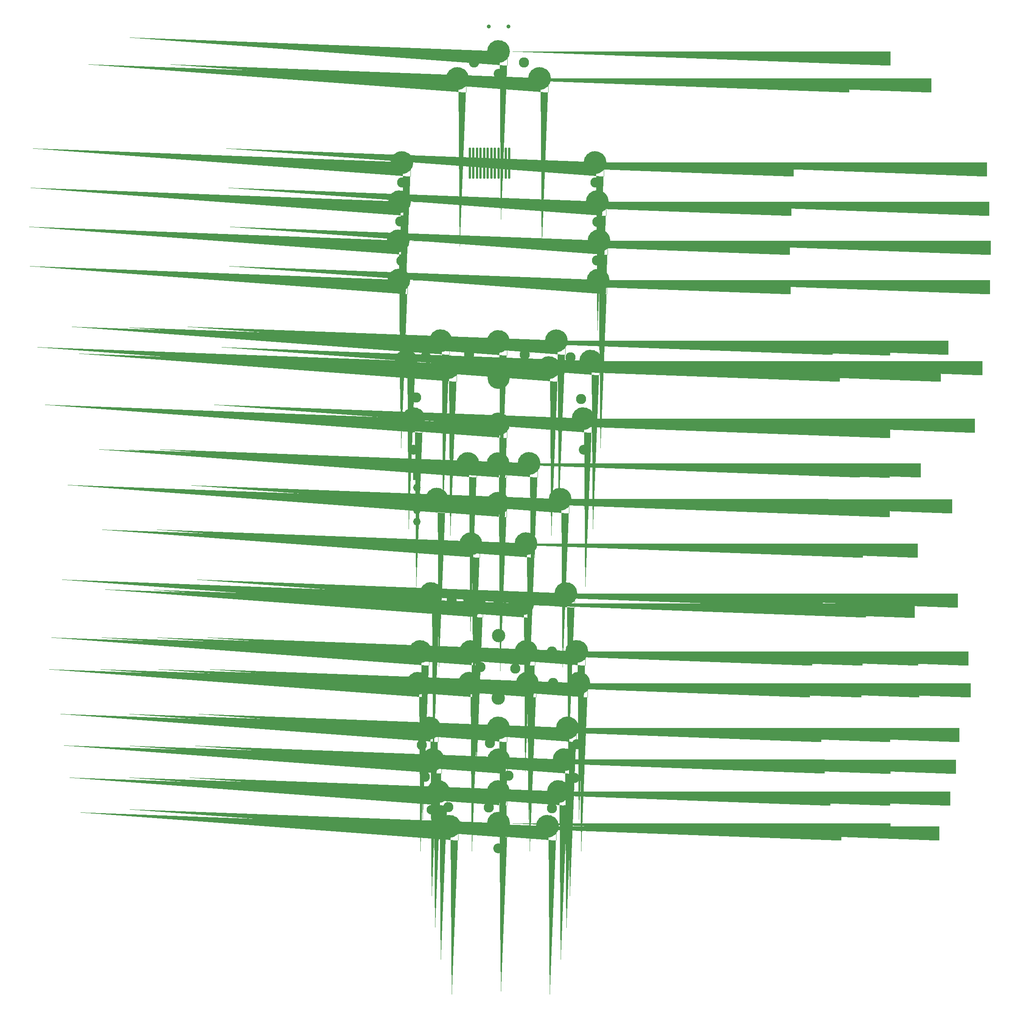
<source format=gbr>
%TF.GenerationSoftware,KiCad,Pcbnew,(6.0.0)*%
%TF.CreationDate,2022-07-04T20:32:36-04:00*%
%TF.ProjectId,800+,3830302b-2e6b-4696-9361-645f70636258,rev?*%
%TF.SameCoordinates,Original*%
%TF.FileFunction,Soldermask,Top*%
%TF.FilePolarity,Negative*%
%FSLAX46Y46*%
G04 Gerber Fmt 4.6, Leading zero omitted, Abs format (unit mm)*
G04 Created by KiCad (PCBNEW (6.0.0)) date 2022-07-04 20:32:36*
%MOMM*%
%LPD*%
G01*
G04 APERTURE LIST*
G04 Aperture macros list*
%AMRoundRect*
0 Rectangle with rounded corners*
0 $1 Rounding radius*
0 $2 $3 $4 $5 $6 $7 $8 $9 X,Y pos of 4 corners*
0 Add a 4 corners polygon primitive as box body*
4,1,4,$2,$3,$4,$5,$6,$7,$8,$9,$2,$3,0*
0 Add four circle primitives for the rounded corners*
1,1,$1+$1,$2,$3*
1,1,$1+$1,$4,$5*
1,1,$1+$1,$6,$7*
1,1,$1+$1,$8,$9*
0 Add four rect primitives between the rounded corners*
20,1,$1+$1,$2,$3,$4,$5,0*
20,1,$1+$1,$4,$5,$6,$7,0*
20,1,$1+$1,$6,$7,$8,$9,0*
20,1,$1+$1,$8,$9,$2,$3,0*%
%AMFreePoly0*
4,1,95,-1.565916,2.406604,-1.267908,2.330088,-0.981841,2.216826,-0.712224,2.068603,-0.463311,1.887757,-0.239027,1.677140,-0.042908,1.440074,0.121951,1.180297,0.252952,0.901905,0.348029,0.609290,0.405681,0.307066,0.425000,0.000000,0.405681,-0.307066,0.348029,-0.609290,0.252952,-0.901905,0.121951,-1.180297,-0.042908,-1.440074,-0.239027,-1.677140,-0.463311,-1.887757,-0.712224,-2.068603,
-0.981841,-2.216826,-1.267908,-2.330088,-1.565916,-2.406604,-1.871163,-2.445165,-2.178837,-2.445165,-2.484084,-2.406604,-2.782092,-2.330088,-3.068159,-2.216826,-3.337776,-2.068603,-3.586689,-1.887757,-3.810973,-1.677140,-4.007092,-1.440074,-4.171951,-1.180297,-4.302952,-0.901905,-4.398029,-0.609290,-4.455681,-0.307066,-4.475000,0.000000,-3.629948,0.000000,-3.610188,-0.251069,-3.551396,-0.495956,
-3.455019,-0.728631,-3.323430,-0.943365,-3.159870,-1.134870,-2.968365,-1.298430,-2.753631,-1.430019,-2.520956,-1.526396,-2.276069,-1.585188,-2.025000,-1.604948,-1.773931,-1.585188,-1.529044,-1.526396,-1.296369,-1.430019,-1.081635,-1.298430,-0.890130,-1.134870,-0.726570,-0.943365,-0.594981,-0.728631,-0.498604,-0.495956,-0.439812,-0.251069,-0.421695,-0.020870,-0.425000,0.000000,-0.421695,0.020870,
-0.439812,0.251069,-0.498604,0.495956,-0.594981,0.728631,-0.726570,0.943365,-0.890130,1.134870,-1.081635,1.298430,-1.296369,1.430019,-1.529044,1.526396,-1.773931,1.585188,-2.025000,1.604948,-2.276069,1.585188,-2.520956,1.526396,-2.753631,1.430019,-2.968365,1.298430,-3.159870,1.134870,-3.323430,0.943365,-3.455019,0.728631,-3.551396,0.495956,-3.610188,0.251069,-3.629948,0.000000,
-4.475000,0.000000,-4.455681,0.307066,-4.398029,0.609290,-4.302952,0.901905,-4.171951,1.180297,-4.007092,1.440074,-3.810973,1.677140,-3.586689,1.887757,-3.337776,2.068603,-3.068159,2.216826,-2.782092,2.330088,-2.484084,2.406604,-2.178837,2.445165,-1.871163,2.445165,-1.565916,2.406604,-1.565916,2.406604,$1*%
G04 Aperture macros list end*
%ADD10C,2.575000*%
%ADD11C,3.000000*%
%ADD12C,2.000000*%
%ADD13C,0.250000*%
%ADD14FreePoly0,0.000000*%
%ADD15C,2.200000*%
%ADD16RoundRect,0.125000X-0.125000X-3.375000X0.125000X-3.375000X0.125000X3.375000X-0.125000X3.375000X0*%
%ADD17C,2.100000*%
%ADD18C,5.000000*%
%ADD19C,2.286000*%
%ADD20C,0.900000*%
%ADD21R,1.700000X1.700000*%
%ADD22O,1.700000X1.700000*%
G04 APERTURE END LIST*
%TO.C,SW29*%
D10*
X96727500Y-158000000D02*
G75*
G03*
X96727500Y-158000000I-1287500J0D01*
G01*
%TO.C,SW1*%
X102912500Y-47900000D02*
G75*
G03*
X102912500Y-47900000I-1287500J0D01*
G01*
%TO.C,SW7*%
X80617500Y-99040000D02*
G75*
G03*
X80617500Y-99040000I-1287500J0D01*
G01*
%TO.C,SW26*%
X102777500Y-148950000D02*
G75*
G03*
X102777500Y-148950000I-1287500J0D01*
G01*
%TO.C,SW17*%
X82257500Y-117140000D02*
G75*
G03*
X82257500Y-117140000I-1287500J0D01*
G01*
%TO.C,SW14*%
X102877500Y-112750000D02*
G75*
G03*
X102877500Y-112750000I-1287500J0D01*
G01*
%TO.C,SW50*%
X116337500Y-213400000D02*
G75*
G03*
X116337500Y-213400000I-1287500J0D01*
G01*
%TO.C,SW52*%
X91962500Y-221190000D02*
G75*
G03*
X91962500Y-221190000I-1287500J0D01*
G01*
%TO.C,SW6*%
X80457500Y-90270000D02*
G75*
G03*
X80457500Y-90270000I-1287500J0D01*
G01*
%TO.C,SW34*%
X85387500Y-182100000D02*
G75*
G03*
X85387500Y-182100000I-1287500J0D01*
G01*
%TO.C,SW27*%
X102817500Y-140090000D02*
G75*
G03*
X102817500Y-140090000I-1287500J0D01*
G01*
%TO.C,SW30*%
X87807500Y-169120000D02*
G75*
G03*
X87807500Y-169120000I-1287500J0D01*
G01*
%TO.C,SW13*%
X115857500Y-112610000D02*
G75*
G03*
X115857500Y-112610000I-1287500J0D01*
G01*
%TO.C,SW46*%
X102947500Y-206330000D02*
G75*
G03*
X102947500Y-206330000I-1287500J0D01*
G01*
%TO.C,SW15*%
X91617500Y-118600000D02*
G75*
G03*
X91617500Y-118600000I-1287500J0D01*
G01*
%TO.C,SW44*%
X118337500Y-199200000D02*
G75*
G03*
X118337500Y-199200000I-1287500J0D01*
G01*
%TO.C,SW24*%
X96047500Y-140060000D02*
G75*
G03*
X96047500Y-140060000I-1287500J0D01*
G01*
%TO.C,SW35*%
X96697500Y-182100000D02*
G75*
G03*
X96697500Y-182100000I-1287500J0D01*
G01*
%TO.C,SW33*%
X117992500Y-169130000D02*
G75*
G03*
X117992500Y-169130000I-1287500J0D01*
G01*
%TO.C,SW21*%
X121852500Y-130010000D02*
G75*
G03*
X121852500Y-130010000I-1287500J0D01*
G01*
%TO.C,SW38*%
X84897500Y-189200000D02*
G75*
G03*
X84897500Y-189200000I-1287500J0D01*
G01*
%TO.C,SW2*%
X93712500Y-53950000D02*
G75*
G03*
X93712500Y-53950000I-1287500J0D01*
G01*
%TO.C,SW45*%
X88207500Y-206270000D02*
G75*
G03*
X88207500Y-206270000I-1287500J0D01*
G01*
%TO.C,SW48*%
X89457500Y-213410000D02*
G75*
G03*
X89457500Y-213410000I-1287500J0D01*
G01*
%TO.C,SW19*%
X83937500Y-130020000D02*
G75*
G03*
X83937500Y-130020000I-1287500J0D01*
G01*
%TO.C,SW5*%
X80762500Y-81500000D02*
G75*
G03*
X80762500Y-81500000I-1287500J0D01*
G01*
%TO.C,SW12*%
X89967500Y-112580000D02*
G75*
G03*
X89967500Y-112580000I-1287500J0D01*
G01*
%TO.C,SW4*%
X81287500Y-72750000D02*
G75*
G03*
X81287500Y-72750000I-1287500J0D01*
G01*
%TO.C,SW31*%
X97467500Y-171380000D02*
G75*
G03*
X97467500Y-171380000I-1287500J0D01*
G01*
%TO.C,SW41*%
X120892500Y-189200000D02*
G75*
G03*
X120892500Y-189200000I-1287500J0D01*
G01*
%TO.C,SW23*%
X102897500Y-131200000D02*
G75*
G03*
X102897500Y-131200000I-1287500J0D01*
G01*
%TO.C,SW16*%
X114187500Y-118600000D02*
G75*
G03*
X114187500Y-118600000I-1287500J0D01*
G01*
%TO.C,SW51*%
X102912500Y-220500000D02*
G75*
G03*
X102912500Y-220500000I-1287500J0D01*
G01*
%TO.C,SW49*%
X102877500Y-213420000D02*
G75*
G03*
X102877500Y-213420000I-1287500J0D01*
G01*
%TO.C,SW28*%
X109057500Y-157990000D02*
G75*
G03*
X109057500Y-157990000I-1287500J0D01*
G01*
%TO.C,SW25*%
X109747500Y-140040000D02*
G75*
G03*
X109747500Y-140040000I-1287500J0D01*
G01*
%TO.C,SW40*%
X109377500Y-189180000D02*
G75*
G03*
X109377500Y-189180000I-1287500J0D01*
G01*
%TO.C,SW10*%
X125392500Y-90250000D02*
G75*
G03*
X125392500Y-90250000I-1287500J0D01*
G01*
%TO.C,SW22*%
X116707500Y-148040000D02*
G75*
G03*
X116707500Y-148040000I-1287500J0D01*
G01*
%TO.C,SW18*%
X123537500Y-117150000D02*
G75*
G03*
X123537500Y-117150000I-1287500J0D01*
G01*
%TO.C,SW37*%
X120427500Y-182080000D02*
G75*
G03*
X120427500Y-182080000I-1287500J0D01*
G01*
%TO.C,SW43*%
X102897500Y-199180000D02*
G75*
G03*
X102897500Y-199180000I-1287500J0D01*
G01*
%TO.C,SW36*%
X109107500Y-182100000D02*
G75*
G03*
X109107500Y-182100000I-1287500J0D01*
G01*
%TO.C,SW42*%
X87462500Y-199210000D02*
G75*
G03*
X87462500Y-199210000I-1287500J0D01*
G01*
%TO.C,SW20*%
X89097500Y-148020000D02*
G75*
G03*
X89097500Y-148020000I-1287500J0D01*
G01*
%TO.C,SW39*%
X96427500Y-189180000D02*
G75*
G03*
X96427500Y-189180000I-1287500J0D01*
G01*
%TO.C,SW47*%
X117597500Y-206280000D02*
G75*
G03*
X117597500Y-206280000I-1287500J0D01*
G01*
%TO.C,SW8*%
X124517500Y-72750000D02*
G75*
G03*
X124517500Y-72750000I-1287500J0D01*
G01*
%TO.C,SW53*%
X113857500Y-221180000D02*
G75*
G03*
X113857500Y-221180000I-1287500J0D01*
G01*
%TO.C,SW3*%
X112087500Y-53950000D02*
G75*
G03*
X112087500Y-53950000I-1287500J0D01*
G01*
%TO.C,SW11*%
X125207500Y-99060000D02*
G75*
G03*
X125207500Y-99060000I-1287500J0D01*
G01*
%TO.C,SW32*%
X108327500Y-171400000D02*
G75*
G03*
X108327500Y-171400000I-1287500J0D01*
G01*
%TO.C,SW9*%
X125012500Y-81500000D02*
G75*
G03*
X125012500Y-81500000I-1287500J0D01*
G01*
%TD*%
D11*
%TO.C,H3*%
X101610000Y-178560000D03*
%TD*%
D12*
%TO.C,SW29*%
X95440000Y-158000000D03*
D13*
X94440000Y-156200000D03*
X96490000Y-156250000D03*
X97290000Y-158750000D03*
X95440000Y-156000000D03*
D14*
X97465000Y-158000000D03*
D13*
X95440000Y-160099488D03*
X94390000Y-159700000D03*
X93733172Y-157000000D03*
X93390000Y-158000000D03*
X93706167Y-158918416D03*
X97140000Y-156950000D03*
X96625258Y-159650000D03*
%TD*%
D12*
%TO.C,SW1*%
X101625000Y-47900000D03*
D13*
X100625000Y-46100000D03*
X102675000Y-46150000D03*
X103475000Y-48650000D03*
X101625000Y-45900000D03*
D14*
X103650000Y-47900000D03*
D13*
X101625000Y-49999488D03*
X100575000Y-49600000D03*
X99918172Y-46900000D03*
X99575000Y-47900000D03*
X99891167Y-48818416D03*
X103325000Y-46850000D03*
X102810258Y-49550000D03*
%TD*%
D12*
%TO.C,SW7*%
X79330000Y-99040000D03*
D13*
X78330000Y-97240000D03*
X80380000Y-97290000D03*
X81180000Y-99790000D03*
X79330000Y-97040000D03*
D14*
X81355000Y-99040000D03*
D13*
X79330000Y-101139488D03*
X78280000Y-100740000D03*
X77623172Y-98040000D03*
X77280000Y-99040000D03*
X77596167Y-99958416D03*
X81030000Y-97990000D03*
X80515258Y-100690000D03*
%TD*%
D15*
%TO.C,H8*%
X82570000Y-136990000D03*
%TD*%
D12*
%TO.C,SW26*%
X101490000Y-148950000D03*
D13*
X100490000Y-147150000D03*
X102540000Y-147200000D03*
X103340000Y-149700000D03*
X101490000Y-146950000D03*
D14*
X103515000Y-148950000D03*
D13*
X101490000Y-151049488D03*
X100440000Y-150650000D03*
X99783172Y-147950000D03*
X99440000Y-148950000D03*
X99756167Y-149868416D03*
X103190000Y-147900000D03*
X102675258Y-150600000D03*
%TD*%
D12*
%TO.C,SW17*%
X80970000Y-117140000D03*
D13*
X79970000Y-115340000D03*
X82020000Y-115390000D03*
X82820000Y-117890000D03*
X80970000Y-115140000D03*
D14*
X82995000Y-117140000D03*
D13*
X80970000Y-119239488D03*
X79920000Y-118840000D03*
X79263172Y-116140000D03*
X78920000Y-117140000D03*
X79236167Y-118058416D03*
X82670000Y-116090000D03*
X82155258Y-118790000D03*
%TD*%
D12*
%TO.C,SW14*%
X101590000Y-112750000D03*
D13*
X100590000Y-110950000D03*
X102640000Y-111000000D03*
X103440000Y-113500000D03*
X101590000Y-110750000D03*
D14*
X103615000Y-112750000D03*
D13*
X101590000Y-114849488D03*
X100540000Y-114450000D03*
X99883172Y-111750000D03*
X99540000Y-112750000D03*
X99856167Y-113668416D03*
X103290000Y-111700000D03*
X102775258Y-114400000D03*
%TD*%
D16*
%TO.C,J1*%
X95188280Y-72913270D03*
X95993280Y-72913270D03*
X96798280Y-72913270D03*
X97603280Y-72913270D03*
X98408280Y-72913270D03*
X99213280Y-72913270D03*
X100018280Y-72913270D03*
X100823280Y-72913270D03*
X101628280Y-72913270D03*
X102433280Y-72913270D03*
X103238280Y-72913270D03*
X104043280Y-72913270D03*
%TD*%
D12*
%TO.C,SW50*%
X115050000Y-213400000D03*
D13*
X114050000Y-211600000D03*
X116100000Y-211650000D03*
X116900000Y-214150000D03*
X115050000Y-211400000D03*
D14*
X117075000Y-213400000D03*
D13*
X115050000Y-215499488D03*
X114000000Y-215100000D03*
X113343172Y-212400000D03*
X113000000Y-213400000D03*
X113316167Y-214318416D03*
X116750000Y-212350000D03*
X116235258Y-215050000D03*
%TD*%
D12*
%TO.C,SW52*%
X90675000Y-221190000D03*
D13*
X89675000Y-219390000D03*
X91725000Y-219440000D03*
X92525000Y-221940000D03*
X90675000Y-219190000D03*
D14*
X92700000Y-221190000D03*
D13*
X90675000Y-223289488D03*
X89625000Y-222890000D03*
X88968172Y-220190000D03*
X88625000Y-221190000D03*
X88941167Y-222108416D03*
X92375000Y-220140000D03*
X91860258Y-222840000D03*
%TD*%
D12*
%TO.C,SW6*%
X79170000Y-90270000D03*
D13*
X78170000Y-88470000D03*
X80220000Y-88520000D03*
X81020000Y-91020000D03*
X79170000Y-88270000D03*
D14*
X81195000Y-90270000D03*
D13*
X79170000Y-92369488D03*
X78120000Y-91970000D03*
X77463172Y-89270000D03*
X77120000Y-90270000D03*
X77436167Y-91188416D03*
X80870000Y-89220000D03*
X80355258Y-91920000D03*
%TD*%
D12*
%TO.C,SW34*%
X84100000Y-182100000D03*
D13*
X83100000Y-180300000D03*
X85150000Y-180350000D03*
X85950000Y-182850000D03*
X84100000Y-180100000D03*
D14*
X86125000Y-182100000D03*
D13*
X84100000Y-184199488D03*
X83050000Y-183800000D03*
X82393172Y-181100000D03*
X82050000Y-182100000D03*
X82366167Y-183018416D03*
X85800000Y-181050000D03*
X85285258Y-183750000D03*
%TD*%
D12*
%TO.C,SW27*%
X101530000Y-140090000D03*
D13*
X100530000Y-138290000D03*
X102580000Y-138340000D03*
X103380000Y-140840000D03*
X101530000Y-138090000D03*
D14*
X103555000Y-140090000D03*
D13*
X101530000Y-142189488D03*
X100480000Y-141790000D03*
X99823172Y-139090000D03*
X99480000Y-140090000D03*
X99796167Y-141008416D03*
X103230000Y-139040000D03*
X102715258Y-141740000D03*
%TD*%
D12*
%TO.C,SW30*%
X86520000Y-169120000D03*
D13*
X85520000Y-167320000D03*
X87570000Y-167370000D03*
X88370000Y-169870000D03*
X86520000Y-167120000D03*
D14*
X88545000Y-169120000D03*
D13*
X86520000Y-171219488D03*
X85470000Y-170820000D03*
X84813172Y-168120000D03*
X84470000Y-169120000D03*
X84786167Y-170038416D03*
X88220000Y-168070000D03*
X87705258Y-170770000D03*
%TD*%
D15*
%TO.C,H7*%
X120680000Y-136950000D03*
%TD*%
D12*
%TO.C,SW13*%
X114570000Y-112610000D03*
D13*
X113570000Y-110810000D03*
X115620000Y-110860000D03*
X116420000Y-113360000D03*
X114570000Y-110610000D03*
D14*
X116595000Y-112610000D03*
D13*
X114570000Y-114709488D03*
X113520000Y-114310000D03*
X112863172Y-111610000D03*
X112520000Y-112610000D03*
X112836167Y-113528416D03*
X116270000Y-111560000D03*
X115755258Y-114260000D03*
%TD*%
D17*
%TO.C,H5*%
X116620000Y-217460000D03*
%TD*%
D13*
%TO.C,SW46*%
X102845258Y-207980000D03*
X103360000Y-205280000D03*
X99926167Y-207248416D03*
X99610000Y-206330000D03*
X99953172Y-205330000D03*
X100610000Y-208030000D03*
X101660000Y-208429488D03*
D14*
X103685000Y-206330000D03*
D13*
X101660000Y-204330000D03*
X103510000Y-207080000D03*
X102710000Y-204580000D03*
X100660000Y-204530000D03*
D12*
X101660000Y-206330000D03*
%TD*%
%TO.C,SW15*%
X90330000Y-118600000D03*
D13*
X89330000Y-116800000D03*
X91380000Y-116850000D03*
X92180000Y-119350000D03*
X90330000Y-116600000D03*
D14*
X92355000Y-118600000D03*
D13*
X90330000Y-120699488D03*
X89280000Y-120300000D03*
X88623172Y-117600000D03*
X88280000Y-118600000D03*
X88596167Y-119518416D03*
X92030000Y-117550000D03*
X91515258Y-120250000D03*
%TD*%
D12*
%TO.C,SW44*%
X117050000Y-199200000D03*
D13*
X116050000Y-197400000D03*
X118100000Y-197450000D03*
X118900000Y-199950000D03*
X117050000Y-197200000D03*
D14*
X119075000Y-199200000D03*
D13*
X117050000Y-201299488D03*
X116000000Y-200900000D03*
X115343172Y-198200000D03*
X115000000Y-199200000D03*
X115316167Y-200118416D03*
X118750000Y-198150000D03*
X118235258Y-200850000D03*
%TD*%
D12*
%TO.C,SW24*%
X94760000Y-140060000D03*
D13*
X93760000Y-138260000D03*
X95810000Y-138310000D03*
X96610000Y-140810000D03*
X94760000Y-138060000D03*
D14*
X96785000Y-140060000D03*
D13*
X94760000Y-142159488D03*
X93710000Y-141760000D03*
X93053172Y-139060000D03*
X92710000Y-140060000D03*
X93026167Y-140978416D03*
X96460000Y-139010000D03*
X95945258Y-141710000D03*
%TD*%
D15*
%TO.C,H6*%
X101600000Y-226100000D03*
%TD*%
D12*
%TO.C,SW35*%
X95410000Y-182100000D03*
D13*
X94410000Y-180300000D03*
X96460000Y-180350000D03*
X97260000Y-182850000D03*
X95410000Y-180100000D03*
D14*
X97435000Y-182100000D03*
D13*
X95410000Y-184199488D03*
X94360000Y-183800000D03*
X93703172Y-181100000D03*
X93360000Y-182100000D03*
X93676167Y-183018416D03*
X97110000Y-181050000D03*
X96595258Y-183750000D03*
%TD*%
D12*
%TO.C,SW33*%
X116705000Y-169130000D03*
D13*
X115705000Y-167330000D03*
X117755000Y-167380000D03*
X118555000Y-169880000D03*
X116705000Y-167130000D03*
D14*
X118730000Y-169130000D03*
D13*
X116705000Y-171229488D03*
X115655000Y-170830000D03*
X114998172Y-168130000D03*
X114655000Y-169130000D03*
X114971167Y-170048416D03*
X118405000Y-168080000D03*
X117890258Y-170780000D03*
%TD*%
D12*
%TO.C,SW21*%
X120565000Y-130010000D03*
D13*
X119565000Y-128210000D03*
X121615000Y-128260000D03*
X122415000Y-130760000D03*
X120565000Y-128010000D03*
D14*
X122590000Y-130010000D03*
D13*
X120565000Y-132109488D03*
X119515000Y-131710000D03*
X118858172Y-129010000D03*
X118515000Y-130010000D03*
X118831167Y-130928416D03*
X122265000Y-128960000D03*
X121750258Y-131660000D03*
%TD*%
D12*
%TO.C,SW38*%
X83610000Y-189200000D03*
D13*
X82610000Y-187400000D03*
X84660000Y-187450000D03*
X85460000Y-189950000D03*
X83610000Y-187200000D03*
D14*
X85635000Y-189200000D03*
D13*
X83610000Y-191299488D03*
X82560000Y-190900000D03*
X81903172Y-188200000D03*
X81560000Y-189200000D03*
X81876167Y-190118416D03*
X85310000Y-188150000D03*
X84795258Y-190850000D03*
%TD*%
D12*
%TO.C,SW2*%
X92425000Y-53950000D03*
D13*
X91425000Y-52150000D03*
X93475000Y-52200000D03*
X94275000Y-54700000D03*
X92425000Y-51950000D03*
D14*
X94450000Y-53950000D03*
D13*
X92425000Y-56049488D03*
X91375000Y-55650000D03*
X90718172Y-52950000D03*
X90375000Y-53950000D03*
X90691167Y-54868416D03*
X94125000Y-52900000D03*
X93610258Y-55600000D03*
%TD*%
D12*
%TO.C,SW45*%
X86920000Y-206270000D03*
D13*
X85920000Y-204470000D03*
X87970000Y-204520000D03*
X88770000Y-207020000D03*
X86920000Y-204270000D03*
D14*
X88945000Y-206270000D03*
D13*
X86920000Y-208369488D03*
X85870000Y-207970000D03*
X85213172Y-205270000D03*
X84870000Y-206270000D03*
X85186167Y-207188416D03*
X88620000Y-205220000D03*
X88105258Y-207920000D03*
%TD*%
D12*
%TO.C,SW48*%
X88170000Y-213410000D03*
D13*
X87170000Y-211610000D03*
X89220000Y-211660000D03*
X90020000Y-214160000D03*
X88170000Y-211410000D03*
D14*
X90195000Y-213410000D03*
D13*
X88170000Y-215509488D03*
X87120000Y-215110000D03*
X86463172Y-212410000D03*
X86120000Y-213410000D03*
X86436167Y-214328416D03*
X89870000Y-212360000D03*
X89355258Y-215060000D03*
%TD*%
D12*
%TO.C,SW19*%
X82650000Y-130020000D03*
D13*
X81650000Y-128220000D03*
X83700000Y-128270000D03*
X84500000Y-130770000D03*
X82650000Y-128020000D03*
D14*
X84675000Y-130020000D03*
D13*
X82650000Y-132119488D03*
X81600000Y-131720000D03*
X80943172Y-129020000D03*
X80600000Y-130020000D03*
X80916167Y-130938416D03*
X84350000Y-128970000D03*
X83835258Y-131670000D03*
%TD*%
D12*
%TO.C,SW5*%
X79475000Y-81500000D03*
D13*
X78475000Y-79700000D03*
X80525000Y-79750000D03*
X81325000Y-82250000D03*
X79475000Y-79500000D03*
D14*
X81500000Y-81500000D03*
D13*
X79475000Y-83599488D03*
X78425000Y-83200000D03*
X77768172Y-80500000D03*
X77425000Y-81500000D03*
X77741167Y-82418416D03*
X81175000Y-80450000D03*
X80660258Y-83150000D03*
%TD*%
D12*
%TO.C,SW12*%
X88680000Y-112580000D03*
D13*
X87680000Y-110780000D03*
X89730000Y-110830000D03*
X90530000Y-113330000D03*
X88680000Y-110580000D03*
D14*
X90705000Y-112580000D03*
D13*
X88680000Y-114679488D03*
X87630000Y-114280000D03*
X86973172Y-111580000D03*
X86630000Y-112580000D03*
X86946167Y-113498416D03*
X90380000Y-111530000D03*
X89865258Y-114230000D03*
%TD*%
D12*
%TO.C,SW4*%
X80000000Y-72750000D03*
D13*
X79000000Y-70950000D03*
X81050000Y-71000000D03*
X81850000Y-73500000D03*
X80000000Y-70750000D03*
D14*
X82025000Y-72750000D03*
D13*
X80000000Y-74849488D03*
X78950000Y-74450000D03*
X78293172Y-71750000D03*
X77950000Y-72750000D03*
X78266167Y-73668416D03*
X81700000Y-71700000D03*
X81185258Y-74400000D03*
%TD*%
D12*
%TO.C,SW31*%
X96180000Y-171380000D03*
D13*
X95180000Y-169580000D03*
X97230000Y-169630000D03*
X98030000Y-172130000D03*
X96180000Y-169380000D03*
D14*
X98205000Y-171380000D03*
D13*
X96180000Y-173479488D03*
X95130000Y-173080000D03*
X94473172Y-170380000D03*
X94130000Y-171380000D03*
X94446167Y-172298416D03*
X97880000Y-170330000D03*
X97365258Y-173030000D03*
%TD*%
D12*
%TO.C,SW41*%
X119605000Y-189200000D03*
D13*
X118605000Y-187400000D03*
X120655000Y-187450000D03*
X121455000Y-189950000D03*
X119605000Y-187200000D03*
D14*
X121630000Y-189200000D03*
D13*
X119605000Y-191299488D03*
X118555000Y-190900000D03*
X117898172Y-188200000D03*
X117555000Y-189200000D03*
X117871167Y-190118416D03*
X121305000Y-188150000D03*
X120790258Y-190850000D03*
%TD*%
D12*
%TO.C,SW23*%
X101610000Y-131200000D03*
D13*
X100610000Y-129400000D03*
X102660000Y-129450000D03*
X103460000Y-131950000D03*
X101610000Y-129200000D03*
D14*
X103635000Y-131200000D03*
D13*
X101610000Y-133299488D03*
X100560000Y-132900000D03*
X99903172Y-130200000D03*
X99560000Y-131200000D03*
X99876167Y-132118416D03*
X103310000Y-130150000D03*
X102795258Y-132850000D03*
%TD*%
D12*
%TO.C,SW16*%
X112900000Y-118600000D03*
D13*
X111900000Y-116800000D03*
X113950000Y-116850000D03*
X114750000Y-119350000D03*
X112900000Y-116600000D03*
D14*
X114925000Y-118600000D03*
D13*
X112900000Y-120699488D03*
X111850000Y-120300000D03*
X111193172Y-117600000D03*
X110850000Y-118600000D03*
X111166167Y-119518416D03*
X114600000Y-117550000D03*
X114085258Y-120250000D03*
%TD*%
D17*
%TO.C,H4*%
X86580000Y-217460000D03*
%TD*%
D18*
%TO.C,H1*%
X101640000Y-120900000D03*
%TD*%
D12*
%TO.C,SW51*%
X101625000Y-220500000D03*
D13*
X100625000Y-218700000D03*
X102675000Y-218750000D03*
X103475000Y-221250000D03*
X101625000Y-218500000D03*
D14*
X103650000Y-220500000D03*
D13*
X101625000Y-222599488D03*
X100575000Y-222200000D03*
X99918172Y-219500000D03*
X99575000Y-220500000D03*
X99891167Y-221418416D03*
X103325000Y-219450000D03*
X102810258Y-222150000D03*
%TD*%
D12*
%TO.C,SW49*%
X101590000Y-213420000D03*
D13*
X100590000Y-211620000D03*
X102640000Y-211670000D03*
X103440000Y-214170000D03*
X101590000Y-211420000D03*
D14*
X103615000Y-213420000D03*
D13*
X101590000Y-215519488D03*
X100540000Y-215120000D03*
X99883172Y-212420000D03*
X99540000Y-213420000D03*
X99856167Y-214338416D03*
X103290000Y-212370000D03*
X102775258Y-215070000D03*
%TD*%
D12*
%TO.C,SW28*%
X107770000Y-157990000D03*
D13*
X106770000Y-156190000D03*
X108820000Y-156240000D03*
X109620000Y-158740000D03*
X107770000Y-155990000D03*
D14*
X109795000Y-157990000D03*
D13*
X107770000Y-160089488D03*
X106720000Y-159690000D03*
X106063172Y-156990000D03*
X105720000Y-157990000D03*
X106036167Y-158908416D03*
X109470000Y-156940000D03*
X108955258Y-159640000D03*
%TD*%
D12*
%TO.C,SW25*%
X108460000Y-140040000D03*
D13*
X107460000Y-138240000D03*
X109510000Y-138290000D03*
X110310000Y-140790000D03*
X108460000Y-138040000D03*
D14*
X110485000Y-140040000D03*
D13*
X108460000Y-142139488D03*
X107410000Y-141740000D03*
X106753172Y-139040000D03*
X106410000Y-140040000D03*
X106726167Y-140958416D03*
X110160000Y-138990000D03*
X109645258Y-141690000D03*
%TD*%
D12*
%TO.C,SW40*%
X108090000Y-189180000D03*
D13*
X107090000Y-187380000D03*
X109140000Y-187430000D03*
X109940000Y-189930000D03*
X108090000Y-187180000D03*
D14*
X110115000Y-189180000D03*
D13*
X108090000Y-191279488D03*
X107040000Y-190880000D03*
X106383172Y-188180000D03*
X106040000Y-189180000D03*
X106356167Y-190098416D03*
X109790000Y-188130000D03*
X109275258Y-190830000D03*
%TD*%
D12*
%TO.C,SW10*%
X124105000Y-90250000D03*
D13*
X123105000Y-88450000D03*
X125155000Y-88500000D03*
X125955000Y-91000000D03*
X124105000Y-88250000D03*
D14*
X126130000Y-90250000D03*
D13*
X124105000Y-92349488D03*
X123055000Y-91950000D03*
X122398172Y-89250000D03*
X122055000Y-90250000D03*
X122371167Y-91168416D03*
X125805000Y-89200000D03*
X125290258Y-91900000D03*
%TD*%
D12*
%TO.C,SW22*%
X115420000Y-148040000D03*
D13*
X114420000Y-146240000D03*
X116470000Y-146290000D03*
X117270000Y-148790000D03*
X115420000Y-146040000D03*
D14*
X117445000Y-148040000D03*
D13*
X115420000Y-150139488D03*
X114370000Y-149740000D03*
X113713172Y-147040000D03*
X113370000Y-148040000D03*
X113686167Y-148958416D03*
X117120000Y-146990000D03*
X116605258Y-149690000D03*
%TD*%
D12*
%TO.C,SW18*%
X122250000Y-117150000D03*
D13*
X121250000Y-115350000D03*
X123300000Y-115400000D03*
X124100000Y-117900000D03*
X122250000Y-115150000D03*
D14*
X124275000Y-117150000D03*
D13*
X122250000Y-119249488D03*
X121200000Y-118850000D03*
X120543172Y-116150000D03*
X120200000Y-117150000D03*
X120516167Y-118068416D03*
X123950000Y-116100000D03*
X123435258Y-118800000D03*
%TD*%
D12*
%TO.C,SW37*%
X119140000Y-182080000D03*
D13*
X118140000Y-180280000D03*
X120190000Y-180330000D03*
X120990000Y-182830000D03*
X119140000Y-180080000D03*
D14*
X121165000Y-182080000D03*
D13*
X119140000Y-184179488D03*
X118090000Y-183780000D03*
X117433172Y-181080000D03*
X117090000Y-182080000D03*
X117406167Y-182998416D03*
X120840000Y-181030000D03*
X120325258Y-183730000D03*
%TD*%
D12*
%TO.C,SW43*%
X101610000Y-199180000D03*
D13*
X100610000Y-197380000D03*
X102660000Y-197430000D03*
X103460000Y-199930000D03*
X101610000Y-197180000D03*
D14*
X103635000Y-199180000D03*
D13*
X101610000Y-201279488D03*
X100560000Y-200880000D03*
X99903172Y-198180000D03*
X99560000Y-199180000D03*
X99876167Y-200098416D03*
X103310000Y-198130000D03*
X102795258Y-200830000D03*
%TD*%
D12*
%TO.C,SW36*%
X107820000Y-182100000D03*
D13*
X106820000Y-180300000D03*
X108870000Y-180350000D03*
X109670000Y-182850000D03*
X107820000Y-180100000D03*
D14*
X109845000Y-182100000D03*
D13*
X107820000Y-184199488D03*
X106770000Y-183800000D03*
X106113172Y-181100000D03*
X105770000Y-182100000D03*
X106086167Y-183018416D03*
X109520000Y-181050000D03*
X109005258Y-183750000D03*
%TD*%
D15*
%TO.C,H9*%
X101620000Y-52880000D03*
%TD*%
D12*
%TO.C,SW42*%
X86175000Y-199210000D03*
D13*
X85175000Y-197410000D03*
X87225000Y-197460000D03*
X88025000Y-199960000D03*
X86175000Y-197210000D03*
D14*
X88200000Y-199210000D03*
D13*
X86175000Y-201309488D03*
X85125000Y-200910000D03*
X84468172Y-198210000D03*
X84125000Y-199210000D03*
X84441167Y-200128416D03*
X87875000Y-198160000D03*
X87360258Y-200860000D03*
%TD*%
D12*
%TO.C,SW20*%
X87810000Y-148020000D03*
D13*
X86810000Y-146220000D03*
X88860000Y-146270000D03*
X89660000Y-148770000D03*
X87810000Y-146020000D03*
D14*
X89835000Y-148020000D03*
D13*
X87810000Y-150119488D03*
X86760000Y-149720000D03*
X86103172Y-147020000D03*
X85760000Y-148020000D03*
X86076167Y-148938416D03*
X89510000Y-146970000D03*
X88995258Y-149670000D03*
%TD*%
D12*
%TO.C,SW39*%
X95140000Y-189180000D03*
D13*
X94140000Y-187380000D03*
X96190000Y-187430000D03*
X96990000Y-189930000D03*
X95140000Y-187180000D03*
D14*
X97165000Y-189180000D03*
D13*
X95140000Y-191279488D03*
X94090000Y-190880000D03*
X93433172Y-188180000D03*
X93090000Y-189180000D03*
X93406167Y-190098416D03*
X96840000Y-188130000D03*
X96325258Y-190830000D03*
%TD*%
D12*
%TO.C,SW47*%
X116310000Y-206280000D03*
D13*
X115310000Y-204480000D03*
X117360000Y-204530000D03*
X118160000Y-207030000D03*
X116310000Y-204280000D03*
D14*
X118335000Y-206280000D03*
D13*
X116310000Y-208379488D03*
X115260000Y-207980000D03*
X114603172Y-205280000D03*
X114260000Y-206280000D03*
X114576167Y-207198416D03*
X118010000Y-205230000D03*
X117495258Y-207930000D03*
%TD*%
D12*
%TO.C,SW8*%
X123230000Y-72750000D03*
D13*
X122230000Y-70950000D03*
X124280000Y-71000000D03*
X125080000Y-73500000D03*
X123230000Y-70750000D03*
D14*
X125255000Y-72750000D03*
D13*
X123230000Y-74849488D03*
X122180000Y-74450000D03*
X121523172Y-71750000D03*
X121180000Y-72750000D03*
X121496167Y-73668416D03*
X124930000Y-71700000D03*
X124415258Y-74400000D03*
%TD*%
D12*
%TO.C,SW53*%
X112570000Y-221180000D03*
D13*
X111570000Y-219380000D03*
X113620000Y-219430000D03*
X114420000Y-221930000D03*
X112570000Y-219180000D03*
D14*
X114595000Y-221180000D03*
D13*
X112570000Y-223279488D03*
X111520000Y-222880000D03*
X110863172Y-220180000D03*
X110520000Y-221180000D03*
X110836167Y-222098416D03*
X114270000Y-220130000D03*
X113755258Y-222830000D03*
%TD*%
D12*
%TO.C,SW3*%
X110800000Y-53950000D03*
D13*
X109800000Y-52150000D03*
X111850000Y-52200000D03*
X112650000Y-54700000D03*
X110800000Y-51950000D03*
D14*
X112825000Y-53950000D03*
D13*
X110800000Y-56049488D03*
X109750000Y-55650000D03*
X109093172Y-52950000D03*
X108750000Y-53950000D03*
X109066167Y-54868416D03*
X112500000Y-52900000D03*
X111985258Y-55600000D03*
%TD*%
D12*
%TO.C,SW11*%
X123920000Y-99060000D03*
D13*
X122920000Y-97260000D03*
X124970000Y-97310000D03*
X125770000Y-99810000D03*
X123920000Y-97060000D03*
D14*
X125945000Y-99060000D03*
D13*
X123920000Y-101159488D03*
X122870000Y-100760000D03*
X122213172Y-98060000D03*
X121870000Y-99060000D03*
X122186167Y-99978416D03*
X125620000Y-98010000D03*
X125105258Y-100710000D03*
%TD*%
D12*
%TO.C,SW32*%
X107040000Y-171400000D03*
D13*
X106040000Y-169600000D03*
X108090000Y-169650000D03*
X108890000Y-172150000D03*
X107040000Y-169400000D03*
D14*
X109065000Y-171400000D03*
D13*
X107040000Y-173499488D03*
X105990000Y-173100000D03*
X105333172Y-170400000D03*
X104990000Y-171400000D03*
X105306167Y-172318416D03*
X108740000Y-170350000D03*
X108225258Y-173050000D03*
%TD*%
D12*
%TO.C,SW9*%
X123725000Y-81500000D03*
D13*
X122725000Y-79700000D03*
X124775000Y-79750000D03*
X125575000Y-82250000D03*
X123725000Y-79500000D03*
D14*
X125750000Y-81500000D03*
D13*
X123725000Y-83599488D03*
X122675000Y-83200000D03*
X122018172Y-80500000D03*
X121675000Y-81500000D03*
X121991167Y-82418416D03*
X125425000Y-80450000D03*
X124910258Y-83150000D03*
%TD*%
D11*
%TO.C,H2*%
X101600000Y-192550000D03*
%TD*%
D19*
%TO.C,D19*%
X123340000Y-77220000D03*
%TD*%
%TO.C,D32*%
X97580000Y-185600000D03*
%TD*%
%TO.C,D24*%
X123660000Y-94650000D03*
%TD*%
%TO.C,D11*%
X105350000Y-185950000D03*
%TD*%
%TO.C,D28*%
X101570000Y-171480000D03*
%TD*%
%TO.C,D17*%
X107500000Y-115760000D03*
%TD*%
%TO.C,D26*%
X91140000Y-170430000D03*
%TD*%
%TO.C,D12*%
X123760000Y-85970000D03*
%TD*%
%TO.C,D4*%
X103810000Y-209840000D03*
%TD*%
%TO.C,D18*%
X89420000Y-189190000D03*
%TD*%
%TO.C,D27*%
X111700000Y-170700000D03*
%TD*%
%TO.C,D10*%
X80100000Y-77190000D03*
%TD*%
%TO.C,D14*%
X79620000Y-85950000D03*
%TD*%
%TO.C,D20*%
X113610000Y-182120000D03*
%TD*%
%TO.C,D22*%
X107300000Y-50400000D03*
%TD*%
%TO.C,D5*%
X119190000Y-202830000D03*
%TD*%
%TO.C,D2*%
X99440000Y-216960000D03*
%TD*%
%TO.C,D15*%
X96140000Y-50360000D03*
%TD*%
%TO.C,D7*%
X84470000Y-202980000D03*
%TD*%
%TO.C,D8*%
X118560000Y-210400000D03*
%TD*%
%TO.C,D13*%
X120090000Y-125664000D03*
%TD*%
D20*
%TO.C,J2*%
X99410000Y-42300000D03*
X103810000Y-42300000D03*
%TD*%
D19*
%TO.C,D3*%
X113550000Y-217170000D03*
%TD*%
%TO.C,D25*%
X117730000Y-116300000D03*
%TD*%
%TO.C,D31*%
X95070000Y-115670000D03*
%TD*%
%TO.C,D6*%
X85120000Y-210120000D03*
%TD*%
%TO.C,D16*%
X85275000Y-116125000D03*
%TD*%
%TO.C,D9*%
X83200000Y-125274000D03*
%TD*%
%TO.C,D30*%
X99680000Y-202590000D03*
%TD*%
%TO.C,D29*%
X89740000Y-182430000D03*
%TD*%
D21*
%TO.C,J3*%
X83380000Y-142880000D03*
D22*
X83380000Y-145420000D03*
X83380000Y-147960000D03*
X83380000Y-150500000D03*
X83380000Y-153040000D03*
%TD*%
D19*
%TO.C,D21*%
X113840000Y-189170000D03*
%TD*%
%TO.C,D23*%
X79910000Y-94740000D03*
%TD*%
%TO.C,D1*%
X90430000Y-216910000D03*
%TD*%
M02*

</source>
